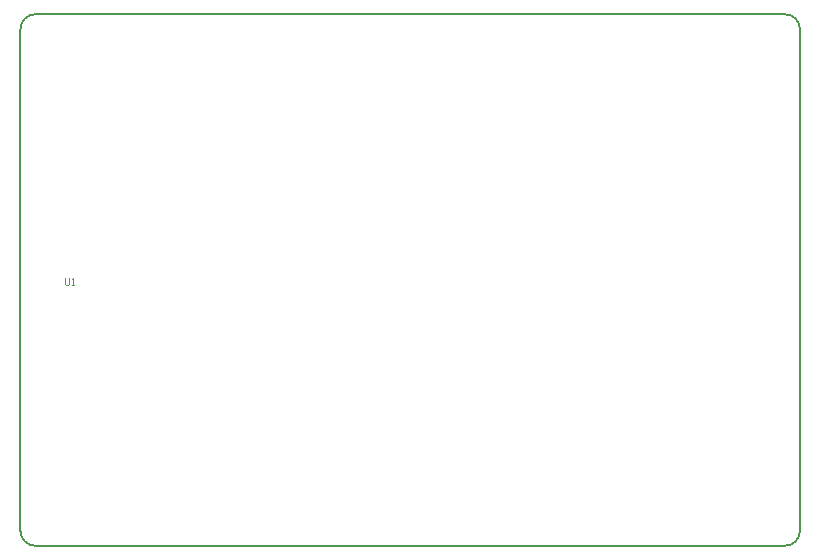
<source format=gm1>
G04*
G04 #@! TF.GenerationSoftware,Altium Limited,Altium Designer,23.8.1 (32)*
G04*
G04 Layer_Color=16711935*
%FSLAX44Y44*%
%MOMM*%
G71*
G04*
G04 #@! TF.SameCoordinates,4EFDB198-7814-4870-AD9F-EEE93015B5C1*
G04*
G04*
G04 #@! TF.FilePolarity,Positive*
G04*
G01*
G75*
%ADD10C,0.1000*%
%ADD12C,0.1500*%
D10*
X37530Y226458D02*
Y221460D01*
X38530Y220460D01*
X40529D01*
X41529Y221460D01*
Y226458D01*
X43528Y220460D02*
X45527D01*
X44528D01*
Y226458D01*
X43528Y225458D01*
D12*
X12700Y450000D02*
G03*
X0Y437300I0J-12700D01*
G01*
X660000D02*
G03*
X647300Y450000I-12700J0D01*
G01*
Y0D02*
G03*
X660000Y12700I0J12700D01*
G01*
X0D02*
G03*
X12700Y0I12700J0D01*
G01*
X0Y90000D02*
Y437300D01*
X12700Y450000D02*
X647300D01*
X660000Y12700D02*
Y437300D01*
X12700Y0D02*
X647300D01*
X0Y12700D02*
Y90000D01*
M02*

</source>
